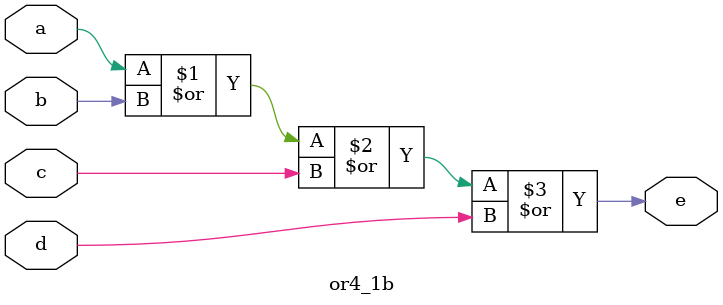
<source format=v>
module or2_1b(input a, input b, output c);
    assign c = a | b;
endmodule

module or2_4b(input[3:0] a, b, output[3:0] c);
    assign c = a | b;
endmodule

module or3_1b(input a, b, c, output d);
    assign d = a | b | c;
endmodule

module or3_4b(input[3:0] a, b, c, output[3:0] d);
    assign d = a | b | c;
endmodule

module or4_1b(input a, b, c, d, output e);
    assign e = a | b | c | d;
endmodule

</source>
